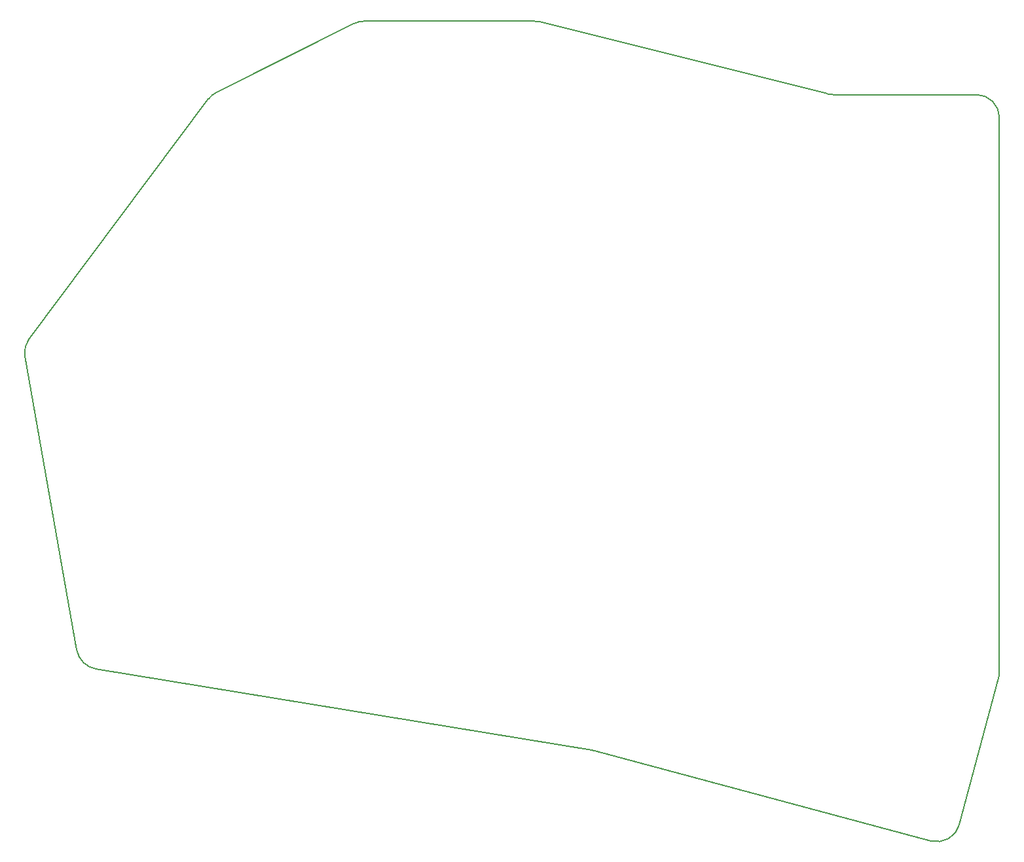
<source format=gbr>
%TF.GenerationSoftware,KiCad,Pcbnew,8.0.4*%
%TF.CreationDate,2024-11-04T11:06:48+01:00*%
%TF.ProjectId,Whiplaesh_bottom,57686970-6c61-4657-9368-5f626f74746f,0.1*%
%TF.SameCoordinates,Original*%
%TF.FileFunction,Profile,NP*%
%FSLAX46Y46*%
G04 Gerber Fmt 4.6, Leading zero omitted, Abs format (unit mm)*
G04 Created by KiCad (PCBNEW 8.0.4) date 2024-11-04 11:06:48*
%MOMM*%
%LPD*%
G01*
G04 APERTURE LIST*
%TA.AperFunction,Profile*%
%ADD10C,0.150000*%
%TD*%
G04 APERTURE END LIST*
D10*
X142423621Y-137462927D02*
X147497777Y-118525919D01*
X147601847Y-112753361D02*
X147598001Y-57849444D01*
X126118886Y-43046129D02*
G75*
G02*
X125391278Y-42956560I14J3000229D01*
G01*
X147600000Y-117749444D02*
X147601847Y-112753361D01*
X142423621Y-137462927D02*
G75*
G02*
X138749399Y-139584201I-2897721J776427D01*
G01*
X30757655Y-117326669D02*
G75*
G02*
X28289100Y-114887214I485845J2960369D01*
G01*
X45324299Y-43614232D02*
X22143571Y-74580509D01*
X21590784Y-76899270D02*
G75*
G02*
X22143571Y-74580509I2954486J520930D01*
G01*
X45324299Y-43614232D02*
G75*
G02*
X46384289Y-42728755I2401801J-1797968D01*
G01*
X64116133Y-33862848D02*
X46384295Y-42728767D01*
X144599587Y-43046129D02*
X126118886Y-43046129D01*
X147598001Y-57849444D02*
X147599587Y-46046112D01*
X64116133Y-33862848D02*
G75*
G02*
X65457773Y-33546107I1341567J-2682752D01*
G01*
X144599587Y-43046129D02*
G75*
G02*
X147599571Y-46046112I213J-2999771D01*
G01*
X125391279Y-42956557D02*
X88107859Y-33635702D01*
X95223630Y-127921556D02*
X138749386Y-139584248D01*
X87380253Y-33546129D02*
G75*
G02*
X88107856Y-33635712I-153J-3000871D01*
G01*
X94933024Y-127858937D02*
G75*
G02*
X95223628Y-127921559I-485924J-2960563D01*
G01*
X147600000Y-117749444D02*
G75*
G02*
X147497790Y-118525923I-3000100J-56D01*
G01*
X21590784Y-76899270D02*
X28289084Y-114887217D01*
X87380253Y-33546129D02*
X65457773Y-33546129D01*
X30757655Y-117326669D02*
X94933024Y-127858937D01*
M02*

</source>
